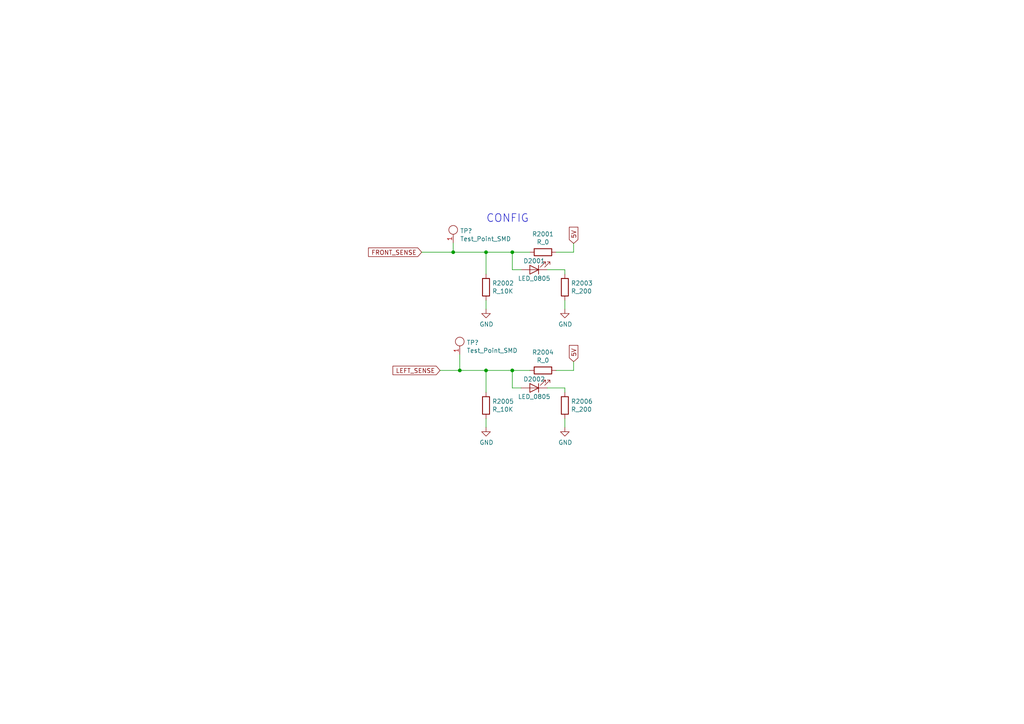
<source format=kicad_sch>
(kicad_sch (version 20211123) (generator eeschema)
  (paper "A4")
  (title_block (title "Wheel Speed Sensing") (date "2019-11-17") (rev "1") (company "Olin Electric Motorsports") (comment 1 "Wesley Soo-Hoo"))
  (lib_symbols
    (symbol "formula:LED_0805" (pin_numbers hide) (pin_names (offset 1.016) hide)
      (property "Reference" "D" (at 0 -2.54 0))
      (property "Value" "LED_0805" (at 0 2.54 0))
      (symbol "LED_0805_0_1"
        (polyline (pts (xy -1.27 -1.27) (xy -1.27 1.27)) (stroke (width 0.2032)))
        (polyline (pts (xy -1.27 0) (xy 1.27 0)))
        (polyline (pts (xy 1.27 -1.27) (xy 1.27 1.27) (xy -1.27 0) (xy 1.27 -1.27)) (stroke (width 0.2032)))
        (polyline (pts (xy -3.048 -0.762) (xy -4.572 -2.286) (xy -3.81 -2.286) (xy -4.572 -2.286) (xy -4.572 -1.524)))
        (polyline (pts (xy -1.778 -0.762) (xy -3.302 -2.286) (xy -2.54 -2.286) (xy -3.302 -2.286) (xy -3.302 -1.524)))
      )
      (symbol "LED_0805_1_1"
        (pin passive line (at -3.81 0 0) (length 2.54) (name "K") (number "1"))
        (pin passive line (at 3.81 0 180) (length 2.54) (name "A") (number "2"))
      )
    )
    (symbol "formula:R_0" (pin_numbers hide) (pin_names (offset 0))
      (property "Reference" "R" (at 2.032 0 90))
      (property "Value" "R_0" (at -2.54 0 90))
      (symbol "R_0_0_1"
        (rectangle (start -1.016 -2.54) (end 1.016 2.54) (stroke (width 0.254)))
      )
      (symbol "R_0_1_1"
        (pin passive line (at 0 3.81 270) (length 1.27) (name "~") (number "1"))
        (pin passive line (at 0 -3.81 90) (length 1.27) (name "~") (number "2"))
      )
    )
    (symbol "formula:R_10K" (pin_numbers hide) (pin_names (offset 0))
      (property "Reference" "R" (at 2.032 0 90))
      (property "Value" "R_10K" (at -2.54 0 90))
      (symbol "R_10K_0_1"
        (rectangle (start -1.016 -2.54) (end 1.016 2.54) (stroke (width 0.254)))
      )
      (symbol "R_10K_1_1"
        (pin passive line (at 0 3.81 270) (length 1.27) (name "~") (number "1"))
        (pin passive line (at 0 -3.81 90) (length 1.27) (name "~") (number "2"))
      )
    )
    (symbol "formula:R_200" (pin_numbers hide) (pin_names (offset 0))
      (property "Reference" "R" (at 2.032 0 90))
      (property "Value" "R_200" (at -2.54 0 90))
      (symbol "R_200_0_1"
        (rectangle (start -1.016 -2.54) (end 1.016 2.54) (stroke (width 0.254)))
      )
      (symbol "R_200_1_1"
        (pin passive line (at 0 3.81 270) (length 1.27) (name "~") (number "1"))
        (pin passive line (at 0 -3.81 90) (length 1.27) (name "~") (number "2"))
      )
    )
    (symbol "formula:Test_Point_SMD" (pin_names (offset 1.016))
      (property "Reference" "TP" (at 0 7.62 0))
      (property "Value" "Test_Point_SMD" (at 1.27 5.08 0))
      (symbol "Test_Point_SMD_1_1"
        (circle (center 0 2.54) (radius 1.27))
        (pin input line (at 0 -1.27 90) (length 2.54) (name "~") (number "1"))
      )
    )
    (symbol "power:GND" (power) (pin_names (offset 0))
      (property "Value" "power_GND" (at 0 -3.81 0))
      (symbol "GND_0_1"
        (polyline (pts (xy 0 0) (xy 0 -1.27) (xy 1.27 -1.27) (xy 0 -2.54) (xy -1.27 -1.27) (xy 0 -1.27)))
      )
      (symbol "GND_1_1"
        (pin power_in line (at 0 0 270) (length 0) hide (name "GND") (number "1"))
      )
    )
  )
  (junction (at 148.59 73.152))
  (junction (at 131.445 73.152))
  (junction (at 148.59 107.442))
  (junction (at 140.97 73.152))
  (junction (at 140.97 107.442))
  (junction (at 133.35 107.442))
  (wire (pts (xy 140.97 89.662) (xy 140.97 87.122)))
  (wire (pts (xy 163.83 112.522) (xy 158.75 112.522)))
  (wire (pts (xy 148.59 73.152) (xy 140.97 73.152)))
  (wire (pts (xy 122.301 73.152) (xy 131.445 73.152)))
  (wire (pts (xy 148.59 107.442) (xy 148.59 112.522)))
  (wire (pts (xy 148.59 107.442) (xy 140.97 107.442)))
  (wire (pts (xy 127.635 107.442) (xy 133.35 107.442)))
  (wire (pts (xy 131.445 73.152) (xy 140.97 73.152)))
  (wire (pts (xy 163.83 78.232) (xy 158.75 78.232)))
  (wire (pts (xy 148.59 112.522) (xy 151.13 112.522)))
  (wire (pts (xy 148.59 78.232) (xy 148.59 73.152)))
  (wire (pts (xy 163.83 123.952) (xy 163.83 121.412)))
  (wire (pts (xy 140.97 123.952) (xy 140.97 121.412)))
  (wire (pts (xy 153.67 73.152) (xy 148.59 73.152)))
  (wire (pts (xy 131.445 73.152) (xy 131.445 70.485)))
  (wire (pts (xy 140.97 79.502) (xy 140.97 73.152)))
  (wire (pts (xy 153.67 107.442) (xy 148.59 107.442)))
  (wire (pts (xy 163.83 113.792) (xy 163.83 112.522)))
  (wire (pts (xy 133.35 102.87) (xy 133.35 107.442)))
  (wire (pts (xy 151.13 78.232) (xy 148.59 78.232)))
  (wire (pts (xy 166.37 73.152) (xy 166.37 70.612)))
  (wire (pts (xy 163.83 89.662) (xy 163.83 87.122)))
  (wire (pts (xy 161.29 73.152) (xy 166.37 73.152)))
  (wire (pts (xy 163.83 79.502) (xy 163.83 78.232)))
  (wire (pts (xy 166.37 107.442) (xy 166.37 104.902)))
  (wire (pts (xy 140.97 113.792) (xy 140.97 107.442)))
  (wire (pts (xy 161.29 107.442) (xy 166.37 107.442)))
  (wire (pts (xy 133.35 107.442) (xy 140.97 107.442)))
  (text "CONFIG" (at 140.97 64.77 0) (effects (font (size 2.2606 2.2606)) (justify left bottom)))
  (global_label "5V" (shape input) (at 166.37 104.902 90) (property "Intersheet References" "${INTERSHEET_REFS}" (effects hide)))
  (global_label "FRONT_SENSE" (shape input) (at 122.301 73.152 180) (property "Intersheet References" "${INTERSHEET_REFS}" (effects hide)))
  (global_label "5V" (shape input) (at 166.37 70.612 90) (property "Intersheet References" "${INTERSHEET_REFS}" (effects hide)))
  (global_label "LEFT_SENSE" (shape input) (at 127.635 107.442 180) (property "Intersheet References" "${INTERSHEET_REFS}" (effects hide)))
  (symbol (lib_id "formula:R_10K") (at 140.97 83.312 0)
    (property "Reference" "R2002" (at 142.748 82.1436 0) (effects (justify left)))
    (property "Value" "R_10K" (at 142.748 84.455 0) (effects (justify left)))
    (property "Footprint" "footprints:R_0805_OEM" (effects hide))
    (property "Datasheet" "http://www.bourns.com/data/global/pdfs/CRS.pdf" (effects hide))
    (property "MFN" "DK" (effects hide))
    (property "MPN" "CRS0805-FX-1002ELFCT-ND" (effects hide))
    (property "PurchasingLink" "https://www.digikey.com/products/en?keywords=CRS0805-FX-1002ELFCT-ND" (effects hide))
  )
  (symbol (lib_id "power:GND") (at 140.97 89.662 0)
    (property "Reference" "#PWR?" (effects hide))
    (property "Value" "GND" (at 141.097 94.0562 0))
  )
  (symbol (lib_id "formula:R_10K") (at 140.97 117.602 0)
    (property "Reference" "R2005" (at 142.748 116.4336 0) (effects (justify left)))
    (property "Value" "R_10K" (at 142.748 118.745 0) (effects (justify left)))
    (property "Footprint" "footprints:R_0805_OEM" (effects hide))
    (property "Datasheet" "http://www.bourns.com/data/global/pdfs/CRS.pdf" (effects hide))
    (property "MFN" "DK" (effects hide))
    (property "MPN" "CRS0805-FX-1002ELFCT-ND" (effects hide))
    (property "PurchasingLink" "https://www.digikey.com/products/en?keywords=CRS0805-FX-1002ELFCT-ND" (effects hide))
  )
  (symbol (lib_id "power:GND") (at 140.97 123.952 0)
    (property "Reference" "#PWR?" (effects hide))
    (property "Value" "GND" (at 141.097 128.3462 0))
  )
  (symbol (lib_id "formula:LED_0805") (at 154.94 78.232 180)
    (property "Reference" "D2001" (at 154.94 75.692 0))
    (property "Value" "LED_0805" (at 154.94 80.772 0))
    (property "Footprint" "footprints:LED_0805_OEM" (effects hide))
    (property "Datasheet" "http://www.osram-os.com/Graphics/XPic9/00078860_0.pdf" (effects hide))
    (property "MFN" "DK" (effects hide))
    (property "MPN" "475-1410-1-ND" (effects hide))
    (property "PurchasingLink" "https://www.digikey.com/products/en?keywords=475-1410-1-ND" (effects hide))
  )
  (symbol (lib_id "power:GND") (at 163.83 89.662 0)
    (property "Reference" "#PWR?" (effects hide))
    (property "Value" "GND" (at 163.957 94.0562 0))
  )
  (symbol (lib_id "formula:LED_0805") (at 154.94 112.522 180)
    (property "Reference" "D2002" (at 154.94 109.982 0))
    (property "Value" "LED_0805" (at 154.94 115.062 0))
    (property "Footprint" "footprints:LED_0805_OEM" (effects hide))
    (property "Datasheet" "http://www.osram-os.com/Graphics/XPic9/00078860_0.pdf" (effects hide))
    (property "MFN" "DK" (effects hide))
    (property "MPN" "475-1410-1-ND" (effects hide))
    (property "PurchasingLink" "https://www.digikey.com/products/en?keywords=475-1410-1-ND" (effects hide))
  )
  (symbol (lib_id "power:GND") (at 163.83 123.952 0)
    (property "Reference" "#PWR?" (effects hide))
    (property "Value" "GND" (at 163.957 128.3462 0))
  )
  (symbol (lib_id "formula:R_200") (at 163.83 117.602 0)
    (property "Reference" "R2006" (at 165.608 116.4336 0) (effects (justify left)))
    (property "Value" "R_200" (at 165.608 118.745 0) (effects (justify left)))
    (property "Footprint" "footprints:R_0805_OEM" (effects hide))
    (property "Datasheet" "https://www.seielect.com/Catalog/SEI-RMCF_RMCP.pdf" (effects hide))
    (property "MFN" "DK" (effects hide))
    (property "MPN" "RMCF0805JT200RCT-ND" (effects hide))
    (property "PurchasingLink" "https://www.digikey.com/products/en?keywords=RMCF0805JT200RCT-ND" (effects hide))
  )
  (symbol (lib_id "formula:R_200") (at 163.83 83.312 0)
    (property "Reference" "R2003" (at 165.608 82.1436 0) (effects (justify left)))
    (property "Value" "R_200" (at 165.608 84.455 0) (effects (justify left)))
    (property "Footprint" "footprints:R_0805_OEM" (effects hide))
    (property "Datasheet" "https://www.seielect.com/Catalog/SEI-RMCF_RMCP.pdf" (effects hide))
    (property "MFN" "DK" (effects hide))
    (property "MPN" "RMCF0805JT200RCT-ND" (effects hide))
    (property "PurchasingLink" "https://www.digikey.com/products/en?keywords=RMCF0805JT200RCT-ND" (effects hide))
  )
  (symbol (lib_id "formula:R_0") (at 157.48 73.152 270) (unit 1)
    (property "Reference" "R2001" (at 157.48 67.8942 90))
    (property "Value" "R_0" (at 157.48 70.2056 90))
    (property "Footprint" "footprints:R_0603_1608Metric" (effects hide))
    (property "Datasheet" "http://industrial.panasonic.com/www-cgi/jvcr13pz.cgi?E+PZ+3+AOA0001+ERJ3GEY0R00V+7+WW" (effects hide))
    (property "MFN" "DK" (effects hide))
    (property "MPN" "P0.0GCT-ND" (effects hide))
    (property "PurchasingLink" "https://www.digikey.com/product-detail/en/panasonic-electronic-components/ERJ-3GEY0R00V/P0.0GCT-ND/134711" (effects hide))
  )
  (symbol (lib_id "formula:R_0") (at 157.48 107.442 270) (unit 1)
    (property "Reference" "R2004" (at 157.48 102.1842 90))
    (property "Value" "R_0" (at 157.48 104.4956 90))
    (property "Footprint" "footprints:R_0603_1608Metric" (effects hide))
    (property "Datasheet" "http://industrial.panasonic.com/www-cgi/jvcr13pz.cgi?E+PZ+3+AOA0001+ERJ3GEY0R00V+7+WW" (effects hide))
    (property "MFN" "DK" (effects hide))
    (property "MPN" "P0.0GCT-ND" (effects hide))
    (property "PurchasingLink" "https://www.digikey.com/product-detail/en/panasonic-electronic-components/ERJ-3GEY0R00V/P0.0GCT-ND/134711" (effects hide))
  )
  (symbol (lib_id "formula:Test_Point_SMD") (at 133.35 101.6 0)
    (property "Reference" "TP?" (at 135.3312 99.3648 0) (effects (justify left)))
    (property "Value" "Test_Point_SMD" (at 135.3312 101.6762 0) (effects (justify left)))
    (property "Footprint" "TestPoint:TestPoint_Pad_D1.5mm" (effects hide))
  )
  (symbol (lib_id "formula:Test_Point_SMD") (at 131.445 69.215 0)
    (property "Reference" "TP?" (at 133.4262 66.9798 0) (effects (justify left)))
    (property "Value" "Test_Point_SMD" (at 133.4262 69.2912 0) (effects (justify left)))
    (property "Footprint" "TestPoint:TestPoint_Pad_D1.5mm" (effects hide))
  )
)
</source>
